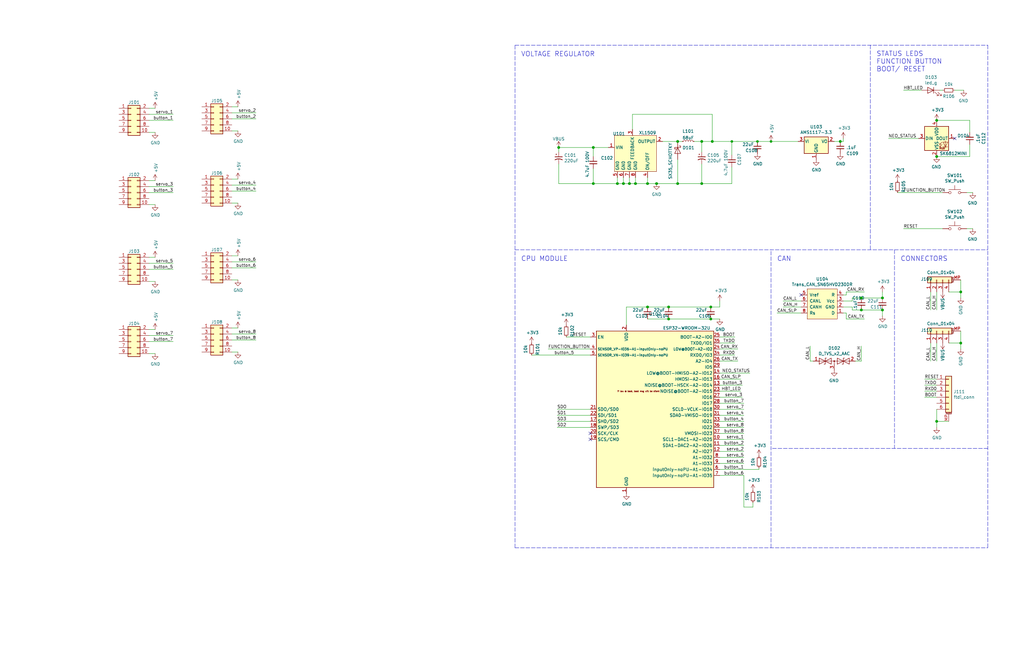
<source format=kicad_sch>
(kicad_sch (version 20230121) (generator eeschema)
  (paper "B")
  (title_block (rev "1.0P") (company "Evezor Inc."))
  (lib_symbols
    (symbol "Connector_Generic_MountingPin:Conn_01x04_MountingPin" (pin_names (offset 1.016) hide)
      (property "Reference" "J" (at 0 5.08 0))
      (property "Value" "Conn_01x04_MountingPin" (at 1.27 -7.62 0))
      (symbol "Conn_01x04_MountingPin_1_1"
        (rectangle (start -1.27 -4.953) (end 0 -5.207) (stroke (width 0.1524)))
        (rectangle (start -1.27 -2.413) (end 0 -2.667) (stroke (width 0.1524)))
        (rectangle (start -1.27 0.127) (end 0 -0.127) (stroke (width 0.1524)))
        (rectangle (start -1.27 2.667) (end 0 2.413) (stroke (width 0.1524)))
        (rectangle (start -1.27 3.81) (end 1.27 -6.35) (stroke (width 0.254)) (fill (type background)))
        (polyline (pts (xy -1.016 -7.112) (xy 1.016 -7.112)) (stroke (width 0.1524)))
        (text "Mounting" (at 0 -6.731 0) (effects (font (size 0.381 0.381))))
        (pin passive line (at -5.08 2.54 0) (length 3.81) (name "Pin_1") (number "1"))
        (pin passive line (at -5.08 0 0) (length 3.81) (name "Pin_2") (number "2"))
        (pin passive line (at -5.08 -2.54 0) (length 3.81) (name "Pin_3") (number "3"))
        (pin passive line (at -5.08 -5.08 0) (length 3.81) (name "Pin_4") (number "4"))
        (pin passive line (at 0 -10.16 90) (length 3.048) (name "MountPin") (number "MP"))
      )
    )
    (symbol "Connector_Generic_MountingPin:Conn_01x06_MountingPin" (pin_names (offset 1.016) hide)
      (property "Reference" "J" (at 0 7.62 0))
      (property "Value" "Conn_01x06_MountingPin" (at 1.27 -10.16 0))
      (symbol "Conn_01x06_MountingPin_1_1"
        (rectangle (start -1.27 -7.493) (end 0 -7.747) (stroke (width 0.1524)))
        (rectangle (start -1.27 -4.953) (end 0 -5.207) (stroke (width 0.1524)))
        (rectangle (start -1.27 -2.413) (end 0 -2.667) (stroke (width 0.1524)))
        (rectangle (start -1.27 0.127) (end 0 -0.127) (stroke (width 0.1524)))
        (rectangle (start -1.27 2.667) (end 0 2.413) (stroke (width 0.1524)))
        (rectangle (start -1.27 5.207) (end 0 4.953) (stroke (width 0.1524)))
        (rectangle (start -1.27 6.35) (end 1.27 -8.89) (stroke (width 0.254)) (fill (type background)))
        (polyline (pts (xy -1.016 -9.652) (xy 1.016 -9.652)) (stroke (width 0.1524)))
        (text "Mounting" (at 0 -9.271 0) (effects (font (size 0.381 0.381))))
        (pin passive line (at -5.08 5.08 0) (length 3.81) (name "Pin_1") (number "1"))
        (pin passive line (at -5.08 2.54 0) (length 3.81) (name "Pin_2") (number "2"))
        (pin passive line (at -5.08 0 0) (length 3.81) (name "Pin_3") (number "3"))
        (pin passive line (at -5.08 -2.54 0) (length 3.81) (name "Pin_4") (number "4"))
        (pin passive line (at -5.08 -5.08 0) (length 3.81) (name "Pin_5") (number "5"))
        (pin passive line (at -5.08 -7.62 0) (length 3.81) (name "Pin_6") (number "6"))
        (pin passive line (at 0 -12.7 90) (length 3.048) (name "MountPin") (number "MP"))
      )
    )
    (symbol "Device:CP1_Small" (pin_numbers hide) (pin_names (offset 0.254) hide)
      (property "Reference" "C" (at 0.254 1.778 0))
      (property "Value" "CP1_Small" (at 0.254 -2.032 0))
      (symbol "CP1_Small_0_1"
        (polyline (pts (xy -1.524 0.508) (xy 1.524 0.508)) (stroke (width 0.3048)))
        (polyline (pts (xy -1.27 1.524) (xy -0.762 1.524)))
        (polyline (pts (xy -1.016 1.27) (xy -1.016 1.778)))
        (arc (start 1.524 -0.762) (mid 0 -0.3734) (end -1.524 -0.762) (stroke (width 0.3048)))
      )
      (symbol "CP1_Small_1_1"
        (pin passive line (at 0 2.54 270) (length 2.032) (name "~") (number "1"))
        (pin passive line (at 0 -2.54 90) (length 2.032) (name "~") (number "2"))
      )
    )
    (symbol "Device:C_Small" (pin_numbers hide) (pin_names (offset 0.254) hide)
      (property "Reference" "C" (at 0.254 1.778 0))
      (property "Value" "C_Small" (at 0.254 -2.032 0))
      (symbol "C_Small_0_1"
        (polyline (pts (xy -1.524 -0.508) (xy 1.524 -0.508)) (stroke (width 0.3302)))
        (polyline (pts (xy -1.524 0.508) (xy 1.524 0.508)) (stroke (width 0.3048)))
      )
      (symbol "C_Small_1_1"
        (pin passive line (at 0 2.54 270) (length 2.032) (name "~") (number "1"))
        (pin passive line (at 0 -2.54 90) (length 2.032) (name "~") (number "2"))
      )
    )
    (symbol "Device:D_Schottky" (pin_numbers hide) (pin_names (offset 1.016) hide)
      (property "Reference" "D" (at 0 2.54 0))
      (property "Value" "D_Schottky" (at 0 -2.54 0))
      (symbol "D_Schottky_0_1"
        (polyline (pts (xy 1.27 0) (xy -1.27 0)))
        (polyline (pts (xy 1.27 1.27) (xy 1.27 -1.27) (xy -1.27 0) (xy 1.27 1.27)) (stroke (width 0.2032)))
        (polyline (pts (xy -1.905 0.635) (xy -1.905 1.27) (xy -1.27 1.27) (xy -1.27 -1.27) (xy -0.635 -1.27) (xy -0.635 -0.635)) (stroke (width 0.2032)))
      )
      (symbol "D_Schottky_1_1"
        (pin passive line (at -3.81 0 0) (length 2.54) (name "K") (number "1"))
        (pin passive line (at 3.81 0 180) (length 2.54) (name "A") (number "2"))
      )
    )
    (symbol "Device:D_TVS_x2_AAC" (pin_names (offset 1.016) hide)
      (property "Reference" "D" (at 0 4.445 0))
      (property "Value" "D_TVS_x2_AAC" (at 0 2.54 0))
      (symbol "D_TVS_x2_AAC_0_0"
        (polyline (pts (xy 0 -1.27) (xy 0 0)))
      )
      (symbol "D_TVS_x2_AAC_0_1"
        (polyline (pts (xy -6.35 0) (xy 6.35 0)))
        (polyline (pts (xy -3.302 1.27) (xy -3.81 1.27) (xy -3.81 -1.27) (xy -4.318 -1.27)) (stroke (width 0.2032)))
        (polyline (pts (xy 4.318 1.27) (xy 3.81 1.27) (xy 3.81 -1.27) (xy 3.302 -1.27)) (stroke (width 0.2032)))
        (polyline (pts (xy -6.35 -1.27) (xy -1.27 1.27) (xy -1.27 -1.27) (xy -6.35 1.27) (xy -6.35 -1.27)) (stroke (width 0.2032)))
        (polyline (pts (xy 1.27 -1.27) (xy 1.27 1.27) (xy 6.35 -1.27) (xy 6.35 1.27) (xy 1.27 -1.27)) (stroke (width 0.2032)))
        (circle (center 0 0) (radius 0.254) (fill (type outline)))
      )
      (symbol "D_TVS_x2_AAC_1_1"
        (pin passive line (at -8.89 0 0) (length 2.54) (name "A1") (number "1"))
        (pin passive line (at 8.89 0 180) (length 2.54) (name "A2") (number "2"))
        (pin input line (at 0 -3.81 90) (length 2.54) (name "common") (number "3"))
      )
    )
    (symbol "Device:LED" (pin_numbers hide) (pin_names (offset 1.016) hide)
      (property "Reference" "D" (at 0 2.54 0))
      (property "Value" "LED" (at 0 -2.54 0))
      (symbol "LED_0_1"
        (polyline (pts (xy -1.27 -1.27) (xy -1.27 1.27)) (stroke (width 0.2032)))
        (polyline (pts (xy -1.27 0) (xy 1.27 0)))
        (polyline (pts (xy 1.27 -1.27) (xy 1.27 1.27) (xy -1.27 0) (xy 1.27 -1.27)) (stroke (width 0.2032)))
        (polyline (pts (xy -3.048 -0.762) (xy -4.572 -2.286) (xy -3.81 -2.286) (xy -4.572 -2.286) (xy -4.572 -1.524)))
        (polyline (pts (xy -1.778 -0.762) (xy -3.302 -2.286) (xy -2.54 -2.286) (xy -3.302 -2.286) (xy -3.302 -1.524)))
      )
      (symbol "LED_1_1"
        (pin passive line (at -3.81 0 0) (length 2.54) (name "K") (number "1"))
        (pin passive line (at 3.81 0 180) (length 2.54) (name "A") (number "2"))
      )
    )
    (symbol "Device:L_Small" (pin_numbers hide) (pin_names (offset 0.254) hide)
      (property "Reference" "L" (at 0.762 1.016 0))
      (property "Value" "L_Small" (at 0.762 -1.016 0))
      (symbol "L_Small_0_1"
        (arc (start 0 -2.032) (mid 0.5058 -1.524) (end 0 -1.016))
        (arc (start 0 -1.016) (mid 0.5058 -0.508) (end 0 0))
        (arc (start 0 0) (mid 0.5058 0.508) (end 0 1.016))
        (arc (start 0 1.016) (mid 0.5058 1.524) (end 0 2.032))
      )
      (symbol "L_Small_1_1"
        (pin passive line (at 0 2.54 270) (length 0.508) (name "~") (number "1"))
        (pin passive line (at 0 -2.54 90) (length 0.508) (name "~") (number "2"))
      )
    )
    (symbol "Device:R_Small" (pin_numbers hide) (pin_names (offset 0.254) hide)
      (property "Reference" "R" (at 0.762 0.508 0))
      (property "Value" "R_Small" (at 0.762 -1.016 0))
      (symbol "R_Small_0_1"
        (rectangle (start -0.762 1.778) (end 0.762 -1.778) (stroke (width 0.2032)))
      )
      (symbol "R_Small_1_1"
        (pin passive line (at 0 2.54 270) (length 0.762) (name "~") (number "1"))
        (pin passive line (at 0 -2.54 90) (length 0.762) (name "~") (number "2"))
      )
    )
    (symbol "Evezor_Library:Trans_CAN_SN65HVD230DR" (pin_names (offset 1.016))
      (property "Reference" "U" (at 0 7.62 0))
      (property "Value" "Trans_CAN_SN65HVD230DR" (at 0 -7.62 0))
      (symbol "Trans_CAN_SN65HVD230DR_0_1"
        (rectangle (start -6.35 6.35) (end 6.35 -6.35) (fill (type background)))
      )
      (symbol "Trans_CAN_SN65HVD230DR_1_1"
        (pin input line (at -8.89 3.81 0) (length 2.54) (name "D") (number "1"))
        (pin input line (at -8.89 1.27 0) (length 2.54) (name "GND") (number "2"))
        (pin input line (at -8.89 -1.27 0) (length 2.54) (name "Vcc") (number "3"))
        (pin input line (at -8.89 -3.81 0) (length 2.54) (name "R") (number "4"))
        (pin input line (at 8.89 -3.81 180) (length 2.54) (name "Vref") (number "5"))
        (pin input line (at 8.89 -1.27 180) (length 2.54) (name "CANL") (number "6"))
        (pin input line (at 8.89 1.27 180) (length 2.54) (name "CANH") (number "7"))
        (pin input line (at 8.89 3.81 180) (length 2.54) (name "Rs") (number "8"))
      )
    )
    (symbol "Evezor_Library:XL1509"
      (property "Reference" "U" (at -7.62 10.16 0))
      (property "Value" "XL1509" (at 5.08 10.16 0))
      (symbol "XL1509_0_1"
        (rectangle (start -8.89 8.89) (end 8.89 -6.35) (stroke (width 0.1524)) (fill (type background)))
      )
      (symbol "XL1509_1_1"
        (pin input line (at -11.43 3.81 0) (length 2.54) (name "VIN") (number "1"))
        (pin output line (at 11.43 6.35 180) (length 2.54) (name "OUTPUT") (number "2"))
        (pin passive line (at -1.27 11.43 270) (length 2.54) (name "FEEDBACK") (number "3"))
        (pin passive line (at 5.08 -8.89 90) (length 2.54) (name "ON/OFF") (number "4"))
        (pin passive line (at -7.62 -8.89 90) (length 2.54) (name "GND") (number "5"))
        (pin passive line (at -5.08 -8.89 90) (length 2.54) (name "GND") (number "6"))
        (pin passive line (at -2.54 -8.89 90) (length 2.54) (name "GND") (number "7"))
        (pin passive line (at 0 -8.89 90) (length 2.54) (name "GND") (number "8"))
      )
    )
    (symbol "LED:SK6812MINI" (pin_names (offset 0.254))
      (property "Reference" "D" (at 5.08 5.715 0))
      (property "Value" "SK6812MINI" (at 1.27 -5.715 0))
      (symbol "SK6812MINI_0_0"
        (text "RGB" (at 2.286 -4.191 0) (effects (font (size 0.762 0.762))))
      )
      (symbol "SK6812MINI_0_1"
        (polyline (pts (xy 1.27 -3.556) (xy 1.778 -3.556)))
        (polyline (pts (xy 1.27 -2.54) (xy 1.778 -2.54)))
        (polyline (pts (xy 4.699 -3.556) (xy 2.667 -3.556)))
        (polyline (pts (xy 2.286 -2.54) (xy 1.27 -3.556) (xy 1.27 -3.048)))
        (polyline (pts (xy 2.286 -1.524) (xy 1.27 -2.54) (xy 1.27 -2.032)))
        (polyline (pts (xy 3.683 -1.016) (xy 3.683 -3.556) (xy 3.683 -4.064)))
        (polyline (pts (xy 4.699 -1.524) (xy 2.667 -1.524) (xy 3.683 -3.556) (xy 4.699 -1.524)))
        (rectangle (start 5.08 5.08) (end -5.08 -5.08) (stroke (width 0.254)) (fill (type background)))
      )
      (symbol "SK6812MINI_1_1"
        (pin output line (at 7.62 0 180) (length 2.54) (name "DOUT") (number "1"))
        (pin power_in line (at 0 -7.62 90) (length 2.54) (name "VSS") (number "2"))
        (pin input line (at -7.62 0 0) (length 2.54) (name "DIN") (number "3"))
        (pin power_in line (at 0 7.62 270) (length 2.54) (name "VDD") (number "4"))
      )
    )
    (symbol "RF_Module:ESP32-WROOM-32U"
      (property "Reference" "U4" (at -0.635 40.1574 0))
      (property "Value" "ESP32-WROOM-32U" (at 12.7 34.29 0))
      (symbol "ESP32-WROOM-32U_0_0"
        (text "if low @ boot, boot msg will be silent" (at -7.62 7.62 0) (effects (font (size 0.6 0.6))))
      )
      (symbol "ESP32-WROOM-32U_0_1"
        (rectangle (start -25.4 33.02) (end 24.13 -33.02) (stroke (width 0.254)) (fill (type background)))
      )
      (symbol "ESP32-WROOM-32U_1_1"
        (pin power_in line (at -12.7 -35.56 90) (length 2.54) (name "GND") (number "1"))
        (pin bidirectional line (at 26.67 -12.7 180) (length 2.54) (name "SCL1-DAC1-A2-IO25") (number "10"))
        (pin bidirectional line (at 26.67 -15.24 180) (length 2.54) (name "SDA1-DAC2-A2-IO26") (number "11"))
        (pin bidirectional line (at 26.67 -17.78 180) (length 2.54) (name "A2-IO27") (number "12"))
        (pin bidirectional line (at 26.67 10.16 180) (length 2.54) (name "NOISE@BOOT-HSCK-A2-IO14") (number "13"))
        (pin bidirectional line (at 26.67 15.24 180) (length 2.54) (name "LOW@BOOT-HMISO-A2-IO12") (number "14"))
        (pin passive line (at -12.7 -35.56 90) (length 2.54) hide (name "GND") (number "15"))
        (pin bidirectional line (at 26.67 12.7 180) (length 2.54) (name "HMOSI-A2-IO13") (number "16"))
        (pin bidirectional line (at -27.94 -5.08 0) (length 2.54) (name "SHD/SD2") (number "17"))
        (pin bidirectional line (at -27.94 -7.62 0) (length 2.54) (name "SWP/SD3") (number "18"))
        (pin bidirectional line (at -27.94 -12.7 0) (length 2.54) (name "SCS/CMD") (number "19"))
        (pin power_in line (at -12.7 35.56 270) (length 2.54) (name "VDD") (number "2"))
        (pin bidirectional line (at -27.94 -10.16 0) (length 2.54) (name "SCK/CLK") (number "20"))
        (pin bidirectional line (at -27.94 0 0) (length 2.54) (name "SDO/SD0") (number "21"))
        (pin bidirectional line (at -27.94 -2.54 0) (length 2.54) (name "SDI/SD1") (number "22"))
        (pin bidirectional line (at 26.67 7.62 180) (length 2.54) (name "NOISE@BOOT-A2-IO15") (number "23"))
        (pin bidirectional line (at 26.67 25.4 180) (length 2.54) (name "LOW@BOOT-A2-IO2") (number "24"))
        (pin bidirectional line (at 26.67 30.48 180) (length 2.54) (name "BOOT-A2-IO0") (number "25"))
        (pin bidirectional line (at 26.67 20.32 180) (length 2.54) (name "A2-IO4") (number "26"))
        (pin bidirectional line (at 26.67 5.08 180) (length 2.54) (name "IO16") (number "27"))
        (pin bidirectional line (at 26.67 2.54 180) (length 2.54) (name "IO17") (number "28"))
        (pin bidirectional line (at 26.67 17.78 180) (length 2.54) (name "IO5") (number "29"))
        (pin input line (at -27.94 30.48 0) (length 2.54) (name "EN") (number "3"))
        (pin bidirectional line (at 26.67 0 180) (length 2.54) (name "SCL0-VCLK-IO18") (number "30"))
        (pin bidirectional line (at 26.67 -2.54 180) (length 2.54) (name "SDA0-VMISO-IO19") (number "31"))
        (pin no_connect line (at -25.4 -27.94 0) (length 2.54) hide (name "NC") (number "32"))
        (pin bidirectional line (at 26.67 -5.08 180) (length 2.54) (name "IO21") (number "33"))
        (pin bidirectional line (at 26.67 22.86 180) (length 2.54) (name "RXD0/IO3") (number "34"))
        (pin bidirectional line (at 26.67 27.94 180) (length 2.54) (name "TXD0/IO1") (number "35"))
        (pin bidirectional line (at 26.67 -7.62 180) (length 2.54) (name "IO22") (number "36"))
        (pin bidirectional line (at 26.67 -10.16 180) (length 2.54) (name "VMOSI-IO23") (number "37"))
        (pin passive line (at -12.7 -35.56 90) (length 2.54) hide (name "GND") (number "38"))
        (pin passive line (at -12.7 -35.56 90) (length 2.54) hide (name "GND") (number "39"))
        (pin input line (at -27.94 25.4 0) (length 2.54) (name "SENSOR_VP-IO36-A1-inputOnly-noPU") (number "4"))
        (pin input line (at -27.94 22.86 0) (length 2.54) (name "SENSOR_VN-IO39-A1-inputOnly-noPU") (number "5"))
        (pin input line (at 26.67 -25.4 180) (length 2.54) (name "inputOnly-noPU-A1-IO34") (number "6"))
        (pin input line (at 26.67 -27.94 180) (length 2.54) (name "inputOnly-noPU-A1-IO35") (number "7"))
        (pin bidirectional line (at 26.67 -20.32 180) (length 2.54) (name "A1-IO32") (number "8"))
        (pin bidirectional line (at 26.67 -22.86 180) (length 2.54) (name "A1-IO33") (number "9"))
      )
    )
    (symbol "Regulator_Linear:AMS1117-3.3" (pin_names (offset 0.254))
      (property "Reference" "U" (at -3.81 3.175 0))
      (property "Value" "AMS1117-3.3" (at 0 3.175 0))
      (symbol "AMS1117-3.3_0_1"
        (rectangle (start -5.08 -5.08) (end 5.08 1.905) (stroke (width 0.254)) (fill (type background)))
      )
      (symbol "AMS1117-3.3_1_1"
        (pin power_in line (at 0 -7.62 90) (length 2.54) (name "GND") (number "1"))
        (pin power_out line (at 7.62 0 180) (length 2.54) (name "VO") (number "2"))
        (pin power_in line (at -7.62 0 0) (length 2.54) (name "VI") (number "3"))
      )
    )
    (symbol "Switch:SW_Push" (pin_numbers hide) (pin_names (offset 1.016) hide)
      (property "Reference" "SW" (at 1.27 2.54 0))
      (property "Value" "SW_Push" (at 0 -1.524 0))
      (symbol "SW_Push_0_1"
        (circle (center -2.032 0) (radius 0.508))
        (polyline (pts (xy 0 1.27) (xy 0 3.048)))
        (polyline (pts (xy 2.54 1.27) (xy -2.54 1.27)))
        (circle (center 2.032 0) (radius 0.508))
        (pin passive line (at -5.08 0 0) (length 2.54) (name "1") (number "1"))
        (pin passive line (at 5.08 0 180) (length 2.54) (name "2") (number "2"))
      )
    )
    (symbol "power:+3.3V" (power) (pin_names (offset 0))
      (property "Value" "+3.3V" (at 0 3.556 0))
      (symbol "+3.3V_0_1"
        (polyline (pts (xy -0.762 1.27) (xy 0 2.54)))
        (polyline (pts (xy 0 0) (xy 0 2.54)))
        (polyline (pts (xy 0 2.54) (xy 0.762 1.27)))
      )
      (symbol "+3.3V_1_1"
        (pin power_in line (at 0 0 90) (length 0) hide (name "+3V3") (number "1"))
      )
    )
    (symbol "power:+5V" (power) (pin_names (offset 0))
      (property "Value" "+5V" (at 0 3.556 0))
      (symbol "+5V_0_1"
        (polyline (pts (xy -0.762 1.27) (xy 0 2.54)))
        (polyline (pts (xy 0 0) (xy 0 2.54)))
        (polyline (pts (xy 0 2.54) (xy 0.762 1.27)))
      )
      (symbol "+5V_1_1"
        (pin power_in line (at 0 0 90) (length 0) hide (name "+5V") (number "1"))
      )
    )
    (symbol "power:GND" (power) (pin_names (offset 0))
      (property "Value" "GND" (at 0 -3.81 0))
      (symbol "GND_0_1"
        (polyline (pts (xy 0 0) (xy 0 -1.27) (xy 1.27 -1.27) (xy 0 -2.54) (xy -1.27 -1.27) (xy 0 -1.27)))
      )
      (symbol "GND_1_1"
        (pin power_in line (at 0 0 270) (length 0) hide (name "GND") (number "1"))
      )
    )
    (symbol "power:VBUS" (power) (pin_names (offset 0))
      (property "Value" "VBUS" (at 0 3.81 0))
      (symbol "VBUS_0_1"
        (polyline (pts (xy -0.762 1.27) (xy 0 2.54)))
        (polyline (pts (xy 0 0) (xy 0 2.54)))
        (polyline (pts (xy 0 2.54) (xy 0.762 1.27)))
      )
      (symbol "VBUS_1_1"
        (pin power_in line (at 0 0 90) (length 0) hide (name "VBUS") (number "1"))
      )
    )
    (symbol "unRamps-rescue:Conn_02x05_Odd_Even-conn" (pin_names (offset 1.016) hide)
      (property "Reference" "J" (at 1.27 7.62 0))
      (property "Value" "Conn_02x05_Odd_Even-conn" (at 1.27 -7.62 0))
      (symbol "Conn_02x05_Odd_Even-conn_1_1"
        (rectangle (start -1.27 -4.953) (end 0 -5.207) (stroke (width 0.1524)))
        (rectangle (start -1.27 -2.413) (end 0 -2.667) (stroke (width 0.1524)))
        (rectangle (start -1.27 0.127) (end 0 -0.127) (stroke (width 0.1524)))
        (rectangle (start -1.27 2.667) (end 0 2.413) (stroke (width 0.1524)))
        (rectangle (start -1.27 5.207) (end 0 4.953) (stroke (width 0.1524)))
        (rectangle (start -1.27 6.35) (end 3.81 -6.35) (stroke (width 0.254)) (fill (type background)))
        (rectangle (start 3.81 -4.953) (end 2.54 -5.207) (stroke (width 0.1524)))
        (rectangle (start 3.81 -2.413) (end 2.54 -2.667) (stroke (width 0.1524)))
        (rectangle (start 3.81 0.127) (end 2.54 -0.127) (stroke (width 0.1524)))
        (rectangle (start 3.81 2.667) (end 2.54 2.413) (stroke (width 0.1524)))
        (rectangle (start 3.81 5.207) (end 2.54 4.953) (stroke (width 0.1524)))
        (pin passive line (at -5.08 5.08 0) (length 3.81) (name "Pin_1") (number "1"))
        (pin passive line (at 7.62 -5.08 180) (length 3.81) (name "Pin_10") (number "10"))
        (pin passive line (at 7.62 5.08 180) (length 3.81) (name "Pin_2") (number "2"))
        (pin passive line (at -5.08 2.54 0) (length 3.81) (name "Pin_3") (number "3"))
        (pin passive line (at 7.62 2.54 180) (length 3.81) (name "Pin_4") (number "4"))
        (pin passive line (at -5.08 0 0) (length 3.81) (name "Pin_5") (number "5"))
        (pin passive line (at 7.62 0 180) (length 3.81) (name "Pin_6") (number "6"))
        (pin passive line (at -5.08 -2.54 0) (length 3.81) (name "Pin_7") (number "7"))
        (pin passive line (at 7.62 -2.54 180) (length 3.81) (name "Pin_8") (number "8"))
        (pin passive line (at -5.08 -5.08 0) (length 3.81) (name "Pin_9") (number "9"))
      )
    )
  )
  (junction (at 262.89 77.47) (diameter 1.016))
  (junction (at 363.22 125.73) (diameter 1.016))
  (junction (at 299.72 129.54) (diameter 1.016))
  (junction (at 363.22 130.81) (diameter 1.016))
  (junction (at 260.35 77.47) (diameter 1.016))
  (junction (at 295.91 59.69) (diameter 1.016))
  (junction (at 295.91 77.47) (diameter 1.016))
  (junction (at 319.405 59.69))
  (junction (at 281.94 129.54) (diameter 1.016))
  (junction (at 250.19 62.23) (diameter 1.016))
  (junction (at 354.33 59.69) (diameter 1.016))
  (junction (at 265.43 77.47) (diameter 1.016))
  (junction (at 394.97 66.04) (diameter 1.016))
  (junction (at 405.13 123.19) (diameter 1.016))
  (junction (at 394.97 50.8) (diameter 1.016))
  (junction (at 281.94 134.62) (diameter 1.016))
  (junction (at 299.72 134.62) (diameter 1.016))
  (junction (at 372.11 130.81) (diameter 1.016))
  (junction (at 372.11 125.73) (diameter 1.016))
  (junction (at 276.86 77.47) (diameter 1.016))
  (junction (at 273.05 77.47) (diameter 1.016))
  (junction (at 250.19 77.47) (diameter 1.016))
  (junction (at 308.61 59.69))
  (junction (at 267.97 77.47) (diameter 1.016))
  (junction (at 394.97 177.8) (diameter 1.016))
  (junction (at 273.05 129.54) (diameter 1.016))
  (junction (at 285.75 77.47) (diameter 1.016))
  (junction (at 235.585 62.23) (diameter 1.016))
  (junction (at 300.355 59.69) (diameter 1.016))
  (junction (at 285.75 59.69) (diameter 1.016))
  (junction (at 325.12 59.69))
  (junction (at 405.13 144.78) (diameter 1.016))
  (no_connect (at 248.92 185.42))
  (no_connect (at 402.59 58.42))
  (no_connect (at 337.82 124.46))
  (no_connect (at 248.92 182.88))
  (wire (pts (xy 265.43 77.47) (xy 267.97 77.47)))
  (wire (pts (xy 313.69 200.66) (xy 313.69 213.995)))
  (wire (pts (xy 303.53 190.5) (xy 313.69 190.5)))
  (wire (pts (xy 363.22 146.05) (xy 363.22 152.4)))
  (wire (pts (xy 303.53 172.72) (xy 313.69 172.72)))
  (polyline (pts (xy 367.03 19.05) (xy 367.03 105.41)) (stroke (width 0) (type dash)))
  (wire (pts (xy 337.82 129.54) (xy 330.2 129.54)))
  (wire (pts (xy 313.69 213.995) (xy 317.5 213.995)))
  (wire (pts (xy 356.87 134.62) (xy 364.49 134.62)))
  (wire (pts (xy 97.79 113.03) (xy 107.95 113.03)))
  (wire (pts (xy 235.585 69.215) (xy 235.585 77.47)))
  (wire (pts (xy 394.97 123.19) (xy 394.97 130.81)))
  (wire (pts (xy 387.35 58.42) (xy 374.65 58.42)))
  (wire (pts (xy 355.6 124.46) (xy 356.87 124.46)))
  (wire (pts (xy 256.54 62.23) (xy 250.19 62.23)))
  (wire (pts (xy 319.405 59.69) (xy 325.12 59.69)))
  (wire (pts (xy 97.79 47.625) (xy 107.95 47.625)))
  (wire (pts (xy 392.43 123.19) (xy 392.43 130.81)))
  (wire (pts (xy 341.63 146.05) (xy 341.63 152.4)))
  (wire (pts (xy 356.87 124.46) (xy 356.87 123.19)))
  (wire (pts (xy 372.11 125.73) (xy 372.11 123.19)))
  (wire (pts (xy 234.95 172.72) (xy 248.92 172.72)))
  (wire (pts (xy 62.865 141.605) (xy 73.025 141.605)))
  (wire (pts (xy 262.89 74.93) (xy 262.89 77.47)))
  (wire (pts (xy 97.79 107.95) (xy 100.33 107.95)))
  (wire (pts (xy 303.53 142.24) (xy 309.88 142.24)))
  (wire (pts (xy 363.22 125.73) (xy 372.11 125.73)))
  (wire (pts (xy 394.97 66.04) (xy 408.94 66.04)))
  (wire (pts (xy 292.735 59.69) (xy 295.91 59.69)))
  (wire (pts (xy 356.87 123.19) (xy 364.49 123.19)))
  (wire (pts (xy 363.22 130.81) (xy 372.11 130.81)))
  (wire (pts (xy 359.41 127) (xy 359.41 125.73)))
  (wire (pts (xy 299.72 129.54) (xy 303.53 129.54)))
  (wire (pts (xy 279.4 59.69) (xy 285.75 59.69)))
  (wire (pts (xy 97.79 78.105) (xy 107.95 78.105)))
  (wire (pts (xy 308.61 70.485) (xy 308.61 77.47)))
  (wire (pts (xy 276.86 77.47) (xy 285.75 77.47)))
  (wire (pts (xy 389.89 160.02) (xy 394.97 160.02)))
  (wire (pts (xy 62.865 113.665) (xy 73.025 113.665)))
  (wire (pts (xy 260.35 74.93) (xy 260.35 77.47)))
  (wire (pts (xy 303.53 129.54) (xy 303.53 127)))
  (wire (pts (xy 303.53 177.8) (xy 313.69 177.8)))
  (polyline (pts (xy 217.17 19.05) (xy 416.56 19.05)) (stroke (width 0) (type dash)))
  (wire (pts (xy 300.355 59.69) (xy 308.61 59.69)))
  (wire (pts (xy 394.97 177.8) (xy 400.05 177.8)))
  (wire (pts (xy 224.155 149.86) (xy 248.92 149.86)))
  (wire (pts (xy 400.05 144.78) (xy 405.13 144.78)))
  (wire (pts (xy 97.79 80.645) (xy 107.95 80.645)))
  (wire (pts (xy 327.66 132.08) (xy 337.82 132.08)))
  (wire (pts (xy 341.63 152.4) (xy 342.9 152.4)))
  (wire (pts (xy 402.59 38.1) (xy 406.4 38.1)))
  (wire (pts (xy 97.79 138.43) (xy 100.33 138.43)))
  (wire (pts (xy 295.91 77.47) (xy 295.91 69.215)))
  (wire (pts (xy 235.585 77.47) (xy 250.19 77.47)))
  (wire (pts (xy 295.91 77.47) (xy 308.61 77.47)))
  (wire (pts (xy 97.79 50.165) (xy 107.95 50.165)))
  (wire (pts (xy 309.88 149.86) (xy 303.53 149.86)))
  (wire (pts (xy 317.5 213.995) (xy 317.5 212.09)))
  (wire (pts (xy 308.61 59.69) (xy 319.405 59.69)))
  (wire (pts (xy 303.53 185.42) (xy 313.69 185.42)))
  (wire (pts (xy 62.865 76.2) (xy 65.405 76.2)))
  (wire (pts (xy 265.43 74.93) (xy 265.43 77.47)))
  (wire (pts (xy 62.865 45.72) (xy 65.405 45.72)))
  (wire (pts (xy 62.865 149.225) (xy 65.405 149.225)))
  (wire (pts (xy 378.46 81.28) (xy 397.51 81.28)))
  (wire (pts (xy 303.53 175.26) (xy 313.69 175.26)))
  (wire (pts (xy 351.79 59.69) (xy 354.33 59.69)))
  (wire (pts (xy 62.865 81.28) (xy 73.025 81.28)))
  (wire (pts (xy 355.6 127) (xy 359.41 127)))
  (wire (pts (xy 355.6 132.08) (xy 356.87 132.08)))
  (wire (pts (xy 97.79 148.59) (xy 100.33 148.59)))
  (wire (pts (xy 396.24 38.1) (xy 397.51 38.1)))
  (wire (pts (xy 394.97 172.72) (xy 394.97 177.8)))
  (wire (pts (xy 394.97 177.8) (xy 394.97 180.34)))
  (wire (pts (xy 363.22 152.4) (xy 360.68 152.4)))
  (wire (pts (xy 303.53 165.1) (xy 312.42 165.1)))
  (wire (pts (xy 407.67 81.28) (xy 410.21 81.28)))
  (wire (pts (xy 62.865 50.8) (xy 73.025 50.8)))
  (polyline (pts (xy 217.17 231.14) (xy 217.17 19.05)) (stroke (width 0) (type dash)))
  (wire (pts (xy 394.97 167.64) (xy 389.89 167.64)))
  (wire (pts (xy 266.7 48.26) (xy 300.355 48.26)))
  (wire (pts (xy 303.53 182.88) (xy 313.69 182.88)))
  (wire (pts (xy 407.67 96.52) (xy 410.21 96.52)))
  (wire (pts (xy 62.865 139.065) (xy 65.405 139.065)))
  (wire (pts (xy 303.53 152.4) (xy 311.15 152.4)))
  (wire (pts (xy 62.865 144.145) (xy 73.025 144.145)))
  (polyline (pts (xy 416.56 189.23) (xy 325.12 189.23)) (stroke (width 0) (type dash)))
  (wire (pts (xy 299.72 134.62) (xy 303.53 134.62)))
  (polyline (pts (xy 416.56 19.05) (xy 416.56 231.14)) (stroke (width 0) (type dash)))
  (wire (pts (xy 267.97 74.93) (xy 267.97 77.47)))
  (wire (pts (xy 281.94 134.62) (xy 299.72 134.62)))
  (wire (pts (xy 267.97 77.47) (xy 273.05 77.47)))
  (polyline (pts (xy 377.19 105.41) (xy 377.19 189.23)) (stroke (width 0) (type dash)))
  (wire (pts (xy 62.865 55.88) (xy 65.405 55.88)))
  (wire (pts (xy 250.19 71.12) (xy 250.19 77.47)))
  (wire (pts (xy 303.53 187.96) (xy 313.69 187.96)))
  (wire (pts (xy 231.14 147.32) (xy 248.92 147.32)))
  (wire (pts (xy 356.87 132.08) (xy 356.87 134.62)))
  (wire (pts (xy 405.13 118.11) (xy 405.13 123.19)))
  (wire (pts (xy 355.6 129.54) (xy 359.41 129.54)))
  (wire (pts (xy 260.35 77.47) (xy 262.89 77.47)))
  (wire (pts (xy 408.94 66.04) (xy 408.94 60.96)))
  (wire (pts (xy 62.865 78.74) (xy 73.025 78.74)))
  (wire (pts (xy 303.53 180.34) (xy 313.69 180.34)))
  (wire (pts (xy 300.355 48.26) (xy 300.355 59.69)))
  (wire (pts (xy 285.75 77.47) (xy 285.75 67.31)))
  (wire (pts (xy 238.76 142.24) (xy 248.92 142.24)))
  (wire (pts (xy 295.91 59.69) (xy 295.91 64.135)))
  (wire (pts (xy 281.94 129.54) (xy 299.72 129.54)))
  (polyline (pts (xy 217.17 231.14) (xy 416.56 231.14)) (stroke (width 0) (type dash)))
  (wire (pts (xy 381 96.52) (xy 397.51 96.52)))
  (wire (pts (xy 303.53 198.12) (xy 320.04 198.12)))
  (polyline (pts (xy 217.17 105.41) (xy 416.56 105.41)) (stroke (width 0) (type dash)))
  (wire (pts (xy 264.16 137.16) (xy 264.16 129.54)))
  (wire (pts (xy 381 38.1) (xy 388.62 38.1)))
  (wire (pts (xy 234.95 180.34) (xy 248.92 180.34)))
  (wire (pts (xy 62.865 86.36) (xy 65.405 86.36)))
  (wire (pts (xy 337.82 127) (xy 330.2 127)))
  (wire (pts (xy 62.865 118.745) (xy 65.405 118.745)))
  (wire (pts (xy 273.05 129.54) (xy 281.94 129.54)))
  (wire (pts (xy 312.42 160.02) (xy 303.53 160.02)))
  (wire (pts (xy 394.97 50.8) (xy 408.94 50.8)))
  (wire (pts (xy 355.6 59.69) (xy 355.6 58.42)))
  (wire (pts (xy 234.95 175.26) (xy 248.92 175.26)))
  (wire (pts (xy 62.865 111.125) (xy 73.025 111.125)))
  (wire (pts (xy 303.53 157.48) (xy 316.23 157.48)))
  (wire (pts (xy 234.95 177.8) (xy 248.92 177.8)))
  (wire (pts (xy 266.7 48.26) (xy 266.7 54.61)))
  (wire (pts (xy 359.41 129.54) (xy 359.41 130.81)))
  (wire (pts (xy 97.79 110.49) (xy 107.95 110.49)))
  (wire (pts (xy 303.53 162.56) (xy 313.055 162.56)))
  (wire (pts (xy 389.89 165.1) (xy 394.97 165.1)))
  (wire (pts (xy 250.19 62.23) (xy 235.585 62.23)))
  (wire (pts (xy 97.79 75.565) (xy 100.33 75.565)))
  (wire (pts (xy 97.79 55.245) (xy 100.33 55.245)))
  (polyline (pts (xy 325.12 231.14) (xy 325.12 105.41)) (stroke (width 0) (type dash)))
  (wire (pts (xy 250.19 62.23) (xy 250.19 66.04)))
  (wire (pts (xy 273.05 74.93) (xy 273.05 77.47)))
  (wire (pts (xy 308.61 59.69) (xy 308.61 65.405)))
  (wire (pts (xy 303.53 195.58) (xy 313.69 195.58)))
  (wire (pts (xy 311.15 147.32) (xy 303.53 147.32)))
  (wire (pts (xy 262.89 77.47) (xy 265.43 77.47)))
  (wire (pts (xy 97.79 118.11) (xy 100.33 118.11)))
  (wire (pts (xy 400.05 123.19) (xy 405.13 123.19)))
  (wire (pts (xy 405.13 123.19) (xy 405.13 125.73)))
  (wire (pts (xy 62.865 48.26) (xy 73.025 48.26)))
  (wire (pts (xy 97.79 143.51) (xy 107.95 143.51)))
  (wire (pts (xy 273.05 77.47) (xy 276.86 77.47)))
  (wire (pts (xy 97.79 140.97) (xy 107.95 140.97)))
  (wire (pts (xy 405.13 139.7) (xy 405.13 144.78)))
  (wire (pts (xy 405.13 144.78) (xy 405.13 147.32)))
  (wire (pts (xy 273.05 134.62) (xy 281.94 134.62)))
  (wire (pts (xy 97.79 85.725) (xy 100.33 85.725)))
  (wire (pts (xy 303.53 167.64) (xy 313.055 167.64)))
  (wire (pts (xy 303.53 193.04) (xy 313.69 193.04)))
  (wire (pts (xy 285.75 77.47) (xy 295.91 77.47)))
  (wire (pts (xy 325.12 59.69) (xy 336.55 59.69)))
  (wire (pts (xy 97.79 45.085) (xy 100.33 45.085)))
  (wire (pts (xy 303.53 170.18) (xy 313.69 170.18)))
  (wire (pts (xy 359.41 125.73) (xy 363.22 125.73)))
  (wire (pts (xy 264.16 129.54) (xy 273.05 129.54)))
  (wire (pts (xy 303.53 144.78) (xy 309.88 144.78)))
  (wire (pts (xy 372.11 133.35) (xy 372.11 130.81)))
  (wire (pts (xy 250.19 77.47) (xy 260.35 77.47)))
  (wire (pts (xy 320.04 198.12) (xy 320.04 197.485)))
  (wire (pts (xy 295.91 59.69) (xy 300.355 59.69)))
  (wire (pts (xy 359.41 130.81) (xy 363.22 130.81)))
  (wire (pts (xy 303.53 200.66) (xy 313.69 200.66)))
  (wire (pts (xy 394.97 144.78) (xy 394.97 152.4)))
  (wire (pts (xy 392.43 144.78) (xy 392.43 152.4)))
  (wire (pts (xy 408.94 50.8) (xy 408.94 55.88)))
  (wire (pts (xy 235.585 62.23) (xy 235.585 64.135)))
  (wire (pts (xy 354.33 59.69) (xy 355.6 59.69)))
  (wire (pts (xy 389.89 162.56) (xy 394.97 162.56)))
  (wire (pts (xy 285.75 59.69) (xy 287.655 59.69)))
  (wire (pts (xy 62.865 108.585) (xy 65.405 108.585)))
  (text "VOLTAGE REGULATOR" (at 219.71 24.13 0) (effects (font (size 2.0066 2.0066)) (justify left bottom)))
  (text "CPU MODULE" (at 219.71 110.49 0) (effects (font (size 2.0066 2.0066)) (justify left bottom)))
  (text "CAN \n" (at 327.66 110.49 0) (effects (font (size 2.0066 2.0066)) (justify left bottom)))
  (text "STATUS LEDS \nFUNCTION BUTTON\nBOOT/ RESET " (at 369.57 30.48 0) (effects (font (size 2.0066 2.0066)) (justify left bottom)))
  (text "CONNECTORS" (at 379.73 110.49 0) (effects (font (size 2.0066 2.0066)) (justify left bottom)))
  (label "SD2" (at 234.95 180.34 0))
  (label "button_1" (at 73.025 50.8 180))
  (label "TXDO" (at 309.88 144.78 180))
  (label "servo_1" (at 313.69 185.42 180))
  (label "button_4" (at 313.69 177.8 180))
  (label "RESET" (at 241.3 142.24 0))
  (label "button_2" (at 313.69 187.96 180))
  (label "button_4" (at 107.95 80.645 180))
  (label "CAN_H" (at 394.97 130.81 90))
  (label "CAN_TX" (at 311.15 152.4 180))
  (label "CAN_L" (at 392.43 130.81 90))
  (label "button_3" (at 73.025 81.28 180))
  (label "servo_4" (at 107.95 78.105 180))
  (label "CAN_SLP" (at 327.66 132.08 0))
  (label "servo_4" (at 313.69 175.26 180))
  (label "button_7" (at 73.025 144.145 180))
  (label "button_7" (at 313.69 170.18 180))
  (label "CAN_L" (at 330.2 127 0))
  (label "servo_8" (at 107.95 140.97 180))
  (label "servo_5" (at 73.025 111.125 180))
  (label "CAN_L" (at 341.63 146.05 270))
  (label "button_5" (at 73.025 113.665 180))
  (label "servo_2" (at 107.95 47.625 180))
  (label "button_8" (at 313.69 182.88 180))
  (label "RXD0" (at 389.89 165.1 0))
  (label "CAN_SLP" (at 312.42 160.02 180))
  (label "button_2" (at 107.95 50.165 180))
  (label "CAN_RX" (at 364.49 123.19 180))
  (label "servo_7" (at 313.69 172.72 180))
  (label "CAN_H" (at 394.97 152.4 90))
  (label "HBT_LED" (at 381 38.1 0))
  (label "servo_6" (at 313.69 195.58 180))
  (label "servo_3" (at 313.055 167.64 180))
  (label "button_6" (at 313.69 200.66 180))
  (label "button_6" (at 107.95 113.03 180))
  (label "TXDO" (at 389.89 162.56 0))
  (label "FUNCTION_BUTTON" (at 381 81.28 0))
  (label "NEO_STATUS" (at 374.65 58.42 0))
  (label "SD1" (at 234.95 175.26 0))
  (label "SDO" (at 234.95 172.72 0))
  (label "HBT_LED" (at 312.42 165.1 180))
  (label "SD3" (at 234.95 177.8 0))
  (label "servo_1" (at 73.025 48.26 180))
  (label "servo_5" (at 313.69 193.04 180))
  (label "servo_3" (at 73.025 78.74 180))
  (label "RESET" (at 381 96.52 0))
  (label "CAN_TX" (at 364.49 134.62 180))
  (label "button_5" (at 233.68 149.86 0))
  (label "servo_7" (at 73.025 141.605 180))
  (label "servo_6" (at 107.95 110.49 180))
  (label "FUNCTION_BUTTON" (at 231.14 147.32 0))
  (label "CAN_H" (at 363.22 146.05 270))
  (label "CAN_H" (at 330.2 129.54 0))
  (label "button_3" (at 313.055 162.56 180))
  (label "BOOT" (at 389.89 167.64 0))
  (label "RXD0" (at 309.88 149.86 180))
  (label "servo_8" (at 313.69 180.34 180))
  (label "BOOT" (at 309.88 142.24 180))
  (label "button_1" (at 313.69 198.12 180))
  (label "servo_2" (at 313.69 190.5 180))
  (label "button_8" (at 107.95 143.51 180))
  (label "NEO_STATUS" (at 316.23 157.48 180))
  (label "RESET" (at 389.89 160.02 0))
  (label "CAN_L" (at 392.43 152.4 90))
  (label "CAN_RX" (at 311.15 147.32 180))
  (symbol (lib_id "power:GND") (at 405.13 147.32 0) (unit 1)
    (property "Reference" "#PWR0141" (effects hide))
    (property "Value" "GND" (at 405.13 152.4 90))
  )
  (symbol (lib_id "power:+3.3V") (at 355.6 58.42 0) (unit 1)
    (property "Reference" "#PWR0131" (effects hide))
    (property "Value" "+3.3V" (at 355.981 54.0258 0))
  )
  (symbol (lib_id "Regulator_Linear:AMS1117-3.3") (at 344.17 59.69 0) (unit 1)
    (property "Reference" "U103" (at 344.17 53.5432 0))
    (property "Value" "AMS1117-3.3" (at 344.17 55.8546 0))
    (property "Footprint" "Package_TO_SOT_SMD:SOT-223-3_TabPin2" (effects hide))
    (property "Datasheet" "http://www.advanced-monolithic.com/pdf/ds1117.pdf" (effects hide))
  )
  (symbol (lib_id "power:GND") (at 344.17 67.31 0) (unit 1)
    (property "Reference" "#PWR0128" (effects hide))
    (property "Value" "GND" (at 344.297 71.7042 0))
  )
  (symbol (lib_id "power:GND") (at 410.21 81.28 0) (mirror y) (unit 1)
    (property "Reference" "#PWR0143" (effects hide))
    (property "Value" "GND" (at 410.083 85.6742 0))
  )
  (symbol (lib_id "Switch:SW_Push") (at 402.59 81.28 0) (unit 1)
    (property "Reference" "SW101" (at 402.59 74.041 0))
    (property "Value" "SW_Push" (at 402.59 76.3524 0))
    (property "Footprint" "Button_Switch_SMD:SWITCH_2x3_SMD_TACTILE_GREEN" (effects hide))
  )
  (symbol (lib_id "power:+3.3V") (at 394.97 50.8 0) (unit 1)
    (property "Reference" "#PWR0135" (effects hide))
    (property "Value" "+3.3V" (at 395.351 46.4058 0))
  )
  (symbol (lib_id "power:GND") (at 394.97 66.04 0) (mirror y) (unit 1)
    (property "Reference" "#PWR0136" (effects hide))
    (property "Value" "GND" (at 394.843 70.4342 0))
  )
  (symbol (lib_id "Device:C_Small") (at 408.94 58.42 180) (unit 1)
    (property "Reference" "C112" (at 414.7566 58.42 90))
    (property "Value" ".1uF" (at 412.4452 58.42 90))
    (property "Footprint" "Capacitor_SMD:C_0603_1608Metric" (effects hide))
  )
  (symbol (lib_id "Device:C_Small") (at 354.33 62.23 0) (unit 1)
    (property "Reference" "C109" (at 356.87 64.77 0) (effects (justify left)))
    (property "Value" ".1uF" (at 356.87 62.23 0) (effects (justify left)))
    (property "Footprint" "Capacitor_SMD:C_0603_1608Metric" (effects hide))
  )
  (symbol (lib_id "power:GND") (at 354.33 64.77 0) (unit 1)
    (property "Reference" "#PWR0130" (effects hide))
    (property "Value" "GND" (at 354.457 69.1642 0))
  )
  (symbol (lib_id "LED:SK6812MINI") (at 394.97 58.42 0) (unit 1)
    (property "Reference" "D104" (at 403.7076 57.2516 0) (effects (justify left)))
    (property "Value" "SK6812MINI" (at 396.24 64.77 0) (effects (justify left)))
    (property "Footprint" "LED_SMD:LED_SK6812MINI_PLCC4_3.5x3.5mm_P1.75mm" (effects hide))
    (property "Datasheet" "https://cdn-shop.adafruit.com/product-files/2686/SK6812MINI_REV.01-1-2.pdf" (effects hide))
  )
  (symbol (lib_id "power:VBUS") (at 397.51 144.78 180) (unit 1)
    (property "Reference" "#PWR0139" (effects hide))
    (property "Value" "VBUS" (at 397.51 149.86 90))
  )
  (symbol (lib_id "Device:D_TVS_x2_AAC") (at 351.79 152.4 0) (unit 1)
    (property "Reference" "D102" (at 351.79 146.9136 0))
    (property "Value" "D_TVS_x2_AAC" (at 351.79 149.225 0))
    (property "Footprint" "Package_TO_SOT_SMD:SOT-23" (effects hide))
  )
  (symbol (lib_id "power:GND") (at 351.79 156.21 0) (mirror y) (unit 1)
    (property "Reference" "#PWR0129" (effects hide))
    (property "Value" "GND" (at 351.663 160.6042 0))
  )
  (symbol (lib_id "Evezor_Library:Trans_CAN_SN65HVD230DR") (at 346.71 128.27 180) (unit 1)
    (property "Reference" "U104" (at 346.71 117.729 0))
    (property "Value" "Trans_CAN_SN65HVD230DR" (at 346.71 120.0404 0))
    (property "Footprint" "Package_SO:CAN-TRANS-SN65HVD230DR" (effects hide))
  )
  (symbol (lib_id "Device:C_Small") (at 363.22 128.27 0) (unit 1)
    (property "Reference" "C110" (at 359.41 125.73 0) (effects (justify left)))
    (property "Value" ".1uF" (at 360.68 130.81 90) (effects (justify left)))
    (property "Footprint" "Capacitor_SMD:C_0603_1608Metric" (effects hide))
  )
  (symbol (lib_id "Device:C_Small") (at 372.11 128.27 0) (unit 1)
    (property "Reference" "C111" (at 367.03 129.54 0) (effects (justify left)))
    (property "Value" "22uF" (at 365.76 127 0) (effects (justify left)))
    (property "Footprint" "Capacitor_SMD:C_0805_2012Metric" (effects hide))
  )
  (symbol (lib_id "Device:C_Small") (at 273.05 132.08 0) (unit 1)
    (property "Reference" "C103" (at 267.97 133.35 0) (effects (justify left)))
    (property "Value" "22uF" (at 266.7 130.81 0) (effects (justify left)))
    (property "Footprint" "Capacitor_SMD:C_0805_2012Metric" (effects hide))
  )
  (symbol (lib_id "Device:C_Small") (at 281.94 132.08 0) (unit 1)
    (property "Reference" "C104" (at 276.86 133.35 0) (effects (justify left)))
    (property "Value" "22uF" (at 275.59 130.81 0) (effects (justify left)))
    (property "Footprint" "Capacitor_SMD:C_0805_2012Metric" (effects hide))
  )
  (symbol (lib_id "Device:C_Small") (at 299.72 132.08 0) (unit 1)
    (property "Reference" "C106" (at 294.64 133.35 0) (effects (justify left)))
    (property "Value" "22uF" (at 293.37 130.81 0) (effects (justify left)))
    (property "Footprint" "Capacitor_SMD:C_0805_2012Metric" (effects hide))
  )
  (symbol (lib_id "Device:R_Small") (at 238.76 139.7 180) (unit 1)
    (property "Reference" "R102" (at 241.3 139.7 90))
    (property "Value" "10k" (at 236.22 139.7 90))
    (property "Footprint" "Resistor_SMD:R_0603_1608Metric" (effects hide))
  )
  (symbol (lib_id "Connector_Generic_MountingPin:Conn_01x06_MountingPin") (at 400.05 165.1 0) (unit 1)
    (property "Reference" "J111" (at 402.082 165.3032 0) (effects (justify left)))
    (property "Value" "ftdi_conn" (at 402.082 167.6146 0) (effects (justify left)))
    (property "Footprint" "Connector_JST:JST_SH_BM06B-SRSS-TB_1x06-1MP_P1.00mm_Vertical" (effects hide))
  )
  (symbol (lib_id "power:+3.3V") (at 238.76 137.16 0) (unit 1)
    (property "Reference" "#PWR0119" (effects hide))
    (property "Value" "+3.3V" (at 239.141 132.7658 0))
  )
  (symbol (lib_id "power:+3.3V") (at 303.53 127 0) (unit 1)
    (property "Reference" "#PWR0122" (effects hide))
    (property "Value" "+3.3V" (at 303.911 122.6058 0))
  )
  (symbol (lib_id "power:GND") (at 303.53 134.62 0) (unit 1)
    (property "Reference" "#PWR0123" (effects hide))
    (property "Value" "GND" (at 303.657 139.0142 0))
  )
  (symbol (lib_id "Connector_Generic_MountingPin:Conn_01x04_MountingPin") (at 394.97 139.7 90) (unit 1)
    (property "Reference" "J110" (at 388.3152 139.3444 90) (effects (justify right)))
    (property "Value" "Conn_01x04" (at 390.8552 136.5758 90) (effects (justify right)))
    (property "Footprint" "Connector_JST:JST_PH_S4B-PH-SM4-TB_1x04-1MP_P2.00mm_Horizontal" (effects hide))
  )
  (symbol (lib_id "power:GND") (at 405.13 125.73 0) (unit 1)
    (property "Reference" "#PWR0140" (effects hide))
    (property "Value" "GND" (at 405.13 130.81 90))
  )
  (symbol (lib_id "power:VBUS") (at 397.51 123.19 180) (unit 1)
    (property "Reference" "#PWR0138" (effects hide))
    (property "Value" "VBUS" (at 397.51 128.27 90))
  )
  (symbol (lib_id "Connector_Generic_MountingPin:Conn_01x04_MountingPin") (at 394.97 118.11 90) (unit 1)
    (property "Reference" "J109" (at 388.3152 117.7544 90) (effects (justify right)))
    (property "Value" "Conn_01x04" (at 390.8552 114.9858 90) (effects (justify right)))
    (property "Footprint" "Connector_JST:JST_PH_S4B-PH-SM4-TB_1x04-1MP_P2.00mm_Horizontal" (effects hide))
  )
  (symbol (lib_id "power:+3.3V") (at 372.11 123.19 0) (unit 1)
    (property "Reference" "#PWR0132" (effects hide))
    (property "Value" "+3.3V" (at 372.491 118.7958 0))
  )
  (symbol (lib_id "power:GND") (at 372.11 133.35 0) (unit 1)
    (property "Reference" "#PWR0133" (effects hide))
    (property "Value" "GND" (at 372.237 137.7442 0))
  )
  (symbol (lib_id "power:GND") (at 394.97 180.34 0) (unit 1)
    (property "Reference" "#PWR0137" (effects hide))
    (property "Value" "GND" (at 395.097 184.7342 0))
  )
  (symbol (lib_id "power:GND") (at 264.16 208.28 0) (unit 1)
    (property "Reference" "#PWR0120" (effects hide))
    (property "Value" "GND" (at 264.287 212.6742 0))
  )
  (symbol (lib_id "power:GND") (at 410.21 96.52 0) (mirror y) (unit 1)
    (property "Reference" "#PWR0144" (effects hide))
    (property "Value" "GND" (at 410.083 100.9142 0))
  )
  (symbol (lib_id "Switch:SW_Push") (at 402.59 96.52 0) (unit 1)
    (property "Reference" "SW102" (at 402.59 89.281 0))
    (property "Value" "SW_Push" (at 402.59 91.5924 0))
    (property "Footprint" "Button_Switch_SMD:SWITCH_2x3_SMD_TACTILE_GREEN" (effects hide))
  )
  (symbol (lib_id "Device:R_Small") (at 378.46 78.74 180) (unit 1)
    (property "Reference" "R105" (at 381 78.74 90))
    (property "Value" "10k" (at 375.92 78.74 90))
    (property "Footprint" "Resistor_SMD:R_0603_1608Metric" (effects hide))
  )
  (symbol (lib_id "power:+3.3V") (at 378.46 76.2 0) (unit 1)
    (property "Reference" "#PWR0134" (effects hide))
    (property "Value" "+3.3V" (at 378.841 71.8058 0))
  )
  (symbol (lib_id "power:+5V") (at 65.405 139.065 0) (unit 1)
    (property "Reference" "#PWR0107" (effects hide))
    (property "Value" "+5V" (at 65.786 135.8138 90) (effects (justify left)))
  )
  (symbol (lib_id "RF_Module:ESP32-WROOM-32U") (at 276.86 172.72 0) (unit 1)
    (property "Reference" "U102" (at 276.225 132.5626 0))
    (property "Value" "ESP32-WROOM-32U" (at 289.56 138.43 0))
    (property "Footprint" "RF_Module:ESP32-WROOM-32U_evezor" (effects hide))
    (property "Datasheet" "https://www.espressif.com/sites/default/files/documentation/esp32-wroom-32d_esp32-wroom-32u_datasheet_en.pdf" (effects hide))
  )
  (symbol (lib_id "unRamps-rescue:Conn_02x05_Odd_Even-conn") (at 55.245 113.665 0) (unit 1)
    (property "Reference" "J103" (at 56.515 106.045 0))
    (property "Value" "Conn_02x05_Odd_Even" (effects hide))
    (property "Footprint" "Connector_IDC:IDC-Header_2x05_P2.54mm_Vertical" (effects hide))
  )
  (symbol (lib_id "power:+5V") (at 65.405 45.72 0) (unit 1)
    (property "Reference" "#PWR0101" (effects hide))
    (property "Value" "+5V" (at 65.786 42.4688 90) (effects (justify left)))
  )
  (symbol (lib_id "power:+5V") (at 65.405 76.2 0) (unit 1)
    (property "Reference" "#PWR0103" (effects hide))
    (property "Value" "+5V" (at 65.786 72.9488 90) (effects (justify left)))
  )
  (symbol (lib_id "Device:R_Small") (at 320.04 194.945 180) (unit 1)
    (property "Reference" "R104" (at 322.58 194.945 90))
    (property "Value" "10k" (at 317.5 194.945 90))
    (property "Footprint" "Resistor_SMD:R_0603_1608Metric" (effects hide))
  )
  (symbol (lib_id "power:GND") (at 65.405 55.88 0) (unit 1)
    (property "Reference" "#PWR0102" (effects hide))
    (property "Value" "GND" (at 65.532 60.2742 0))
  )
  (symbol (lib_id "power:+5V") (at 100.33 75.565 0) (unit 1)
    (property "Reference" "#PWR0111" (effects hide))
    (property "Value" "+5V" (at 100.711 72.3138 90) (effects (justify left)))
  )
  (symbol (lib_id "unRamps-rescue:Conn_02x05_Odd_Even-conn") (at 90.17 143.51 0) (unit 1)
    (property "Reference" "J108" (at 91.44 135.89 0))
    (property "Value" "Conn_02x05_Odd_Even" (effects hide))
    (property "Footprint" "Connector_IDC:IDC-Header_2x05_P2.54mm_Vertical" (effects hide))
  )
  (symbol (lib_id "Device:D_Schottky") (at 285.75 63.5 270) (unit 1)
    (property "Reference" "D101" (at 287.7566 62.3316 90) (effects (justify left)))
    (property "Value" "SX35_SCHOTTKY" (at 282.6766 60.198 0) (effects (justify left)))
    (property "Footprint" "Diode_SMD:D_SMA" (effects hide))
  )
  (symbol (lib_id "power:VBUS") (at 235.585 62.23 0) (mirror y) (unit 1)
    (property "Reference" "#PWR0118" (effects hide))
    (property "Value" "VBUS" (at 235.585 58.6254 0))
  )
  (symbol (lib_id "power:GND") (at 276.86 77.47 0) (mirror y) (unit 1)
    (property "Reference" "#PWR0121" (effects hide))
    (property "Value" "GND" (at 276.86 82.0326 0))
  )
  (symbol (lib_id "power:GND") (at 65.405 118.745 0) (unit 1)
    (property "Reference" "#PWR0106" (effects hide))
    (property "Value" "GND" (at 65.532 123.1392 0))
  )
  (symbol (lib_id "Device:R_Small") (at 224.155 147.32 180) (unit 1)
    (property "Reference" "R101" (at 226.695 147.32 90))
    (property "Value" "10k" (at 221.615 147.32 90))
    (property "Footprint" "Resistor_SMD:R_0603_1608Metric" (effects hide))
  )
  (symbol (lib_id "power:GND") (at 100.33 118.11 0) (unit 1)
    (property "Reference" "#PWR0114" (effects hide))
    (property "Value" "GND" (at 100.457 122.5042 0))
  )
  (symbol (lib_id "unRamps-rescue:Conn_02x05_Odd_Even-conn") (at 55.245 50.8 0) (unit 1)
    (property "Reference" "J101" (at 56.515 43.18 0))
    (property "Value" "Conn_02x05_Odd_Even" (effects hide))
    (property "Footprint" "Connector_IDC:IDC-Header_2x05_P2.54mm_Vertical" (effects hide))
  )
  (symbol (lib_id "power:+5V") (at 100.33 138.43 0) (unit 1)
    (property "Reference" "#PWR0115" (effects hide))
    (property "Value" "+5V" (at 100.711 135.1788 90) (effects (justify left)))
  )
  (symbol (lib_id "unRamps-rescue:Conn_02x05_Odd_Even-conn") (at 90.17 80.645 0) (unit 1)
    (property "Reference" "J106" (at 91.44 73.025 0))
    (property "Value" "Conn_02x05_Odd_Even" (effects hide))
    (property "Footprint" "Connector_IDC:IDC-Header_2x05_P2.54mm_Vertical" (effects hide))
  )
  (symbol (lib_id "Device:R_Small") (at 317.5 209.55 180) (unit 1)
    (property "Reference" "R103" (at 320.04 209.55 90))
    (property "Value" "10k" (at 314.96 209.55 90))
    (property "Footprint" "Resistor_SMD:R_0603_1608Metric" (effects hide))
  )
  (symbol (lib_id "Device:LED") (at 392.43 38.1 0) (mirror y) (unit 1)
    (property "Reference" "D103" (at 392.6078 32.6136 0))
    (property "Value" "led_g" (at 392.6078 34.925 0))
    (property "Footprint" "LED_SMD:LED_0603_1608Metric" (effects hide))
  )
  (symbol (lib_id "power:GND") (at 65.405 149.225 0) (unit 1)
    (property "Reference" "#PWR0108" (effects hide))
    (property "Value" "GND" (at 65.532 153.6192 0))
  )
  (symbol (lib_id "power:GND") (at 319.405 64.77 0) (unit 1)
    (property "Reference" "#PWR0125" (effects hide))
    (property "Value" "GND" (at 319.532 69.1642 0))
  )
  (symbol (lib_id "unRamps-rescue:Conn_02x05_Odd_Even-conn") (at 55.245 144.145 0) (unit 1)
    (property "Reference" "J104" (at 56.515 136.525 0))
    (property "Value" "Conn_02x05_Odd_Even" (effects hide))
    (property "Footprint" "Connector_IDC:IDC-Header_2x05_P2.54mm_Vertical" (effects hide))
  )
  (symbol (lib_id "unRamps-rescue:Conn_02x05_Odd_Even-conn") (at 90.17 50.165 0) (unit 1)
    (property "Reference" "J105" (at 91.44 42.545 0))
    (property "Value" "Conn_02x05_Odd_Even" (effects hide))
    (property "Footprint" "Connector_IDC:IDC-Header_2x05_P2.54mm_Vertical" (effects hide))
  )
  (symbol (lib_id "power:+3.3V") (at 224.155 144.78 0) (unit 1)
    (property "Reference" "#PWR0117" (effects hide))
    (property "Value" "+3.3V" (at 224.536 140.3858 0))
  )
  (symbol (lib_id "power:+5V") (at 100.33 107.95 0) (unit 1)
    (property "Reference" "#PWR0113" (effects hide))
    (property "Value" "+5V" (at 100.711 104.6988 90) (effects (justify left)))
  )
  (symbol (lib_id "power:GND") (at 100.33 85.725 0) (unit 1)
    (property "Reference" "#PWR0112" (effects hide))
    (property "Value" "GND" (at 100.457 90.1192 0))
  )
  (symbol (lib_id "Evezor_Library:XL1509") (at 267.97 66.04 0) (unit 1)
    (property "Reference" "U101" (at 260.985 56.4092 0))
    (property "Value" "XL1509" (at 273.05 56.0093 0))
    (property "Footprint" "Package_SO:SOIC-8_3.9x4.9mm_P1.27mm" (effects hide))
  )
  (symbol (lib_id "power:GND") (at 100.33 55.245 0) (unit 1)
    (property "Reference" "#PWR0110" (effects hide))
    (property "Value" "GND" (at 100.457 59.6392 0))
  )
  (symbol (lib_id "power:GND") (at 406.4 38.1 0) (mirror y) (unit 1)
    (property "Reference" "#PWR0142" (effects hide))
    (property "Value" "GND" (at 406.273 42.4942 0))
  )
  (symbol (lib_id "Device:L_Small") (at 290.195 59.69 270) (mirror x) (unit 1)
    (property "Reference" "L101" (at 290.195 55.3424 90))
    (property "Value" "68uF" (at 290.195 58.1175 90))
    (property "Footprint" "Inductor_SMD:INDUCTOR-68uH" (effects hide))
  )
  (symbol (lib_id "Device:CP1_Small") (at 295.91 66.675 0) (unit 1)
    (property "Reference" "C105" (at 298.2214 65.5066 0) (effects (justify left)))
    (property "Value" "220uF" (at 298.2214 67.818 0) (effects (justify left)))
    (property "Footprint" "Capacitor_SMD:CP_Elec_10x10.5" (effects hide))
  )
  (symbol (lib_id "Device:C_Small") (at 308.61 67.945 0) (unit 1)
    (property "Reference" "C107" (at 311.785 69.85 90) (effects (justify left)))
    (property "Value" "4.7uF 100V" (at 306.07 74.295 90) (effects (justify left)))
    (property "Footprint" "Capacitor_SMD:C_0805_2012Metric" (effects hide))
  )
  (symbol (lib_id "power:+3.3V") (at 317.5 207.01 0) (unit 1)
    (property "Reference" "#PWR0124" (effects hide))
    (property "Value" "+3.3V" (at 317.881 202.6158 0))
  )
  (symbol (lib_id "power:GND") (at 65.405 86.36 0) (unit 1)
    (property "Reference" "#PWR0104" (effects hide))
    (property "Value" "GND" (at 65.532 90.7542 0))
  )
  (symbol (lib_id "power:GND") (at 100.33 148.59 0) (unit 1)
    (property "Reference" "#PWR0116" (effects hide))
    (property "Value" "GND" (at 100.457 152.9842 0))
  )
  (symbol (lib_id "power:+5V") (at 100.33 45.085 0) (unit 1)
    (property "Reference" "#PWR0109" (effects hide))
    (property "Value" "+5V" (at 100.711 41.8338 90) (effects (justify left)))
  )
  (symbol (lib_id "power:+3.3V") (at 320.04 192.405 0) (unit 1)
    (property "Reference" "#PWR0126" (effects hide))
    (property "Value" "+3.3V" (at 320.421 188.0108 0))
  )
  (symbol (lib_id "Device:R_Small") (at 400.05 38.1 270) (mirror x) (unit 1)
    (property "Reference" "R106" (at 400.05 40.64 90))
    (property "Value" "10k" (at 400.05 35.56 90))
    (property "Footprint" "Resistor_SMD:R_0603_1608Metric" (effects hide))
  )
  (symbol (lib_id "Device:C_Small") (at 319.405 62.23 0) (unit 1)
    (property "Reference" "C108" (at 314.325 63.5 0) (effects (justify left)))
    (property "Value" "22uF" (at 313.055 60.96 0) (effects (justify left)))
    (property "Footprint" "Capacitor_SMD:C_0805_2012Metric" (effects hide))
  )
  (symbol (lib_id "Device:CP1_Small") (at 235.585 66.675 0) (unit 1)
    (property "Reference" "C101" (at 237.8964 65.5066 0) (effects (justify left)))
    (property "Value" "220uF" (at 237.8964 67.818 0) (effects (justify left)))
    (property "Footprint" "Capacitor_SMD:CP_Elec_10x10.5" (effects hide))
  )
  (symbol (lib_id "power:+5V") (at 325.12 59.69 0) (unit 1)
    (property "Reference" "#PWR0127" (effects hide))
    (property "Value" "+5V" (at 325.501 56.4388 90) (effects (justify left)))
  )
  (symbol (lib_id "Device:C_Small") (at 250.19 68.58 0) (unit 1)
    (property "Reference" "C102" (at 253.365 66.675 0) (effects (justify left)))
    (property "Value" "4.7uF 100V" (at 247.65 74.93 90) (effects (justify left)))
    (property "Footprint" "Capacitor_SMD:C_0805_2012Metric" (effects hide))
  )
  (symbol (lib_id "power:+5V") (at 65.405 108.585 0) (unit 1)
    (property "Reference" "#PWR0105" (effects hide))
    (property "Value" "+5V" (at 65.786 105.3338 90) (effects (justify left)))
  )
  (symbol (lib_id "unRamps-rescue:Conn_02x05_Odd_Even-conn") (at 55.245 81.28 0) (unit 1)
    (property "Reference" "J102" (at 56.515 73.66 0))
    (property "Value" "Conn_02x05_Odd_Even" (effects hide))
    (property "Footprint" "Connector_IDC:IDC-Header_2x05_P2.54mm_Vertical" (effects hide))
  )
  (symbol (lib_id "unRamps-rescue:Conn_02x05_Odd_Even-conn") (at 90.17 113.03 0) (unit 1)
    (property "Reference" "J107" (at 91.44 105.41 0))
    (property "Value" "Conn_02x05_Odd_Even" (effects hide))
    (property "Footprint" "Connector_IDC:IDC-Header_2x05_P2.54mm_Vertical" (effects hide))
  )
)
</source>
